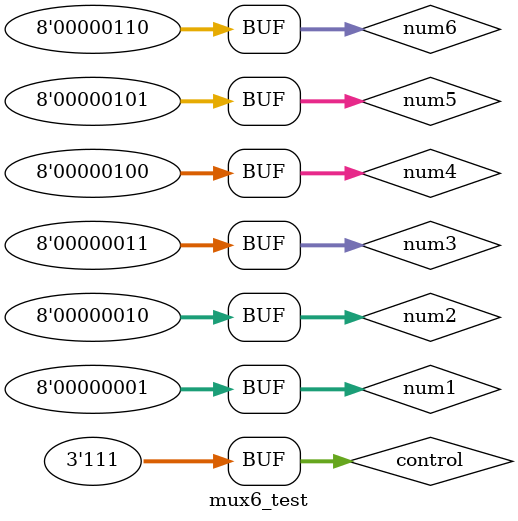
<source format=sv>
module mux6_test();
	
	logic[7:0] num1, num2, num3, num4, num5, num6;
	logic[2:0] control;
	logic[7:0] result;
	
	mux6 #(8) DUT(num1, num2, num3, num4, num5, num6, control, result);

	
	initial begin 
		num1 = 8'd1;
		num2 = 8'd2;
		num3 = 8'd3;
		num4 = 8'd4;
		num5 = 8'd5;
		num6 = 8'd6;
		control = 3'b000;
		#10 assert(result == 8'd1);
		
		control = 3'b001;
		#10 assert(result == 8'd2);
		
		control = 3'b010;
		#10 assert(result == 8'd3);
		
		control = 3'b011;
		#10 assert(result == 8'd4);
		
		control = 3'b100;
		#10 assert(result == 8'd5);
		
		control = 3'b101;
		#10 assert(result == 8'd6);
		
		control = 3'b110;
		#10 assert(result == 8'bz);
		
		control = 3'b111;
		#10 assert(result == 8'bz);
		
		
	
	end

endmodule 
</source>
